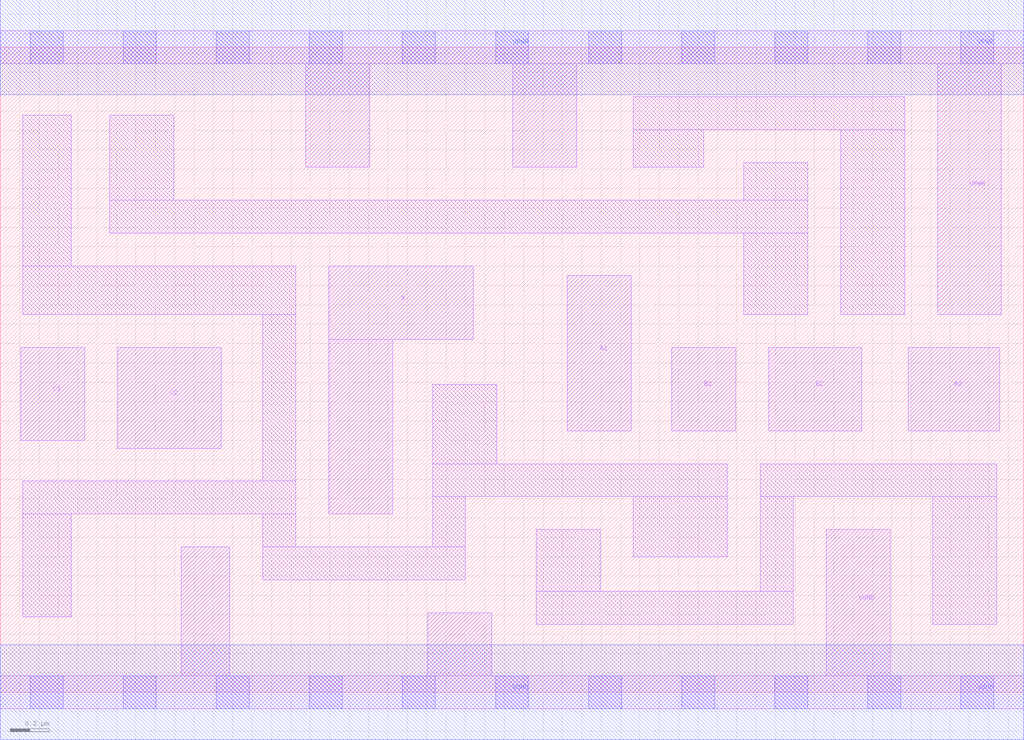
<source format=lef>
# Copyright 2020 The SkyWater PDK Authors
#
# Licensed under the Apache License, Version 2.0 (the "License");
# you may not use this file except in compliance with the License.
# You may obtain a copy of the License at
#
#     https://www.apache.org/licenses/LICENSE-2.0
#
# Unless required by applicable law or agreed to in writing, software
# distributed under the License is distributed on an "AS IS" BASIS,
# WITHOUT WARRANTIES OR CONDITIONS OF ANY KIND, either express or implied.
# See the License for the specific language governing permissions and
# limitations under the License.
#
# SPDX-License-Identifier: Apache-2.0

VERSION 5.7 ;
  NAMESCASESENSITIVE ON ;
  NOWIREEXTENSIONATPIN ON ;
  DIVIDERCHAR "/" ;
  BUSBITCHARS "[]" ;
UNITS
  DATABASE MICRONS 200 ;
END UNITS
MACRO sky130_fd_sc_ms__a222o_2
  CLASS CORE ;
  SOURCE USER ;
  FOREIGN sky130_fd_sc_ms__a222o_2 ;
  ORIGIN  0.000000  0.000000 ;
  SIZE  5.280000 BY  3.330000 ;
  SYMMETRY X Y ;
  SITE unit ;
  PIN A1
    ANTENNAGATEAREA  0.276000 ;
    DIRECTION INPUT ;
    USE SIGNAL ;
    PORT
      LAYER li1 ;
        RECT 2.925000 1.350000 3.255000 2.150000 ;
    END
  END A1
  PIN A2
    ANTENNAGATEAREA  0.276000 ;
    DIRECTION INPUT ;
    USE SIGNAL ;
    PORT
      LAYER li1 ;
        RECT 4.685000 1.350000 5.155000 1.780000 ;
    END
  END A2
  PIN B1
    ANTENNAGATEAREA  0.276000 ;
    DIRECTION INPUT ;
    USE SIGNAL ;
    PORT
      LAYER li1 ;
        RECT 3.465000 1.350000 3.795000 1.780000 ;
    END
  END B1
  PIN B2
    ANTENNAGATEAREA  0.276000 ;
    DIRECTION INPUT ;
    USE SIGNAL ;
    PORT
      LAYER li1 ;
        RECT 3.965000 1.350000 4.445000 1.780000 ;
    END
  END B2
  PIN C1
    ANTENNAGATEAREA  0.276000 ;
    DIRECTION INPUT ;
    USE SIGNAL ;
    PORT
      LAYER li1 ;
        RECT 0.105000 1.300000 0.435000 1.780000 ;
    END
  END C1
  PIN C2
    ANTENNAGATEAREA  0.276000 ;
    DIRECTION INPUT ;
    USE SIGNAL ;
    PORT
      LAYER li1 ;
        RECT 0.605000 1.260000 1.140000 1.780000 ;
    END
  END C2
  PIN X
    ANTENNADIFFAREA  0.509600 ;
    DIRECTION OUTPUT ;
    USE SIGNAL ;
    PORT
      LAYER li1 ;
        RECT 1.695000 0.920000 2.025000 1.820000 ;
        RECT 1.695000 1.820000 2.440000 2.200000 ;
    END
  END X
  PIN VGND
    DIRECTION INOUT ;
    USE GROUND ;
    PORT
      LAYER li1 ;
        RECT 0.000000 -0.085000 5.280000 0.085000 ;
        RECT 0.935000  0.085000 1.185000 0.750000 ;
        RECT 2.205000  0.085000 2.535000 0.410000 ;
        RECT 4.260000  0.085000 4.590000 0.840000 ;
      LAYER mcon ;
        RECT 0.155000 -0.085000 0.325000 0.085000 ;
        RECT 0.635000 -0.085000 0.805000 0.085000 ;
        RECT 1.115000 -0.085000 1.285000 0.085000 ;
        RECT 1.595000 -0.085000 1.765000 0.085000 ;
        RECT 2.075000 -0.085000 2.245000 0.085000 ;
        RECT 2.555000 -0.085000 2.725000 0.085000 ;
        RECT 3.035000 -0.085000 3.205000 0.085000 ;
        RECT 3.515000 -0.085000 3.685000 0.085000 ;
        RECT 3.995000 -0.085000 4.165000 0.085000 ;
        RECT 4.475000 -0.085000 4.645000 0.085000 ;
        RECT 4.955000 -0.085000 5.125000 0.085000 ;
      LAYER met1 ;
        RECT 0.000000 -0.245000 5.280000 0.245000 ;
    END
  END VGND
  PIN VPWR
    DIRECTION INOUT ;
    USE POWER ;
    PORT
      LAYER li1 ;
        RECT 0.000000 3.245000 5.280000 3.415000 ;
        RECT 1.575000 2.710000 1.905000 3.245000 ;
        RECT 2.645000 2.710000 2.975000 3.245000 ;
        RECT 4.835000 1.950000 5.165000 3.245000 ;
      LAYER mcon ;
        RECT 0.155000 3.245000 0.325000 3.415000 ;
        RECT 0.635000 3.245000 0.805000 3.415000 ;
        RECT 1.115000 3.245000 1.285000 3.415000 ;
        RECT 1.595000 3.245000 1.765000 3.415000 ;
        RECT 2.075000 3.245000 2.245000 3.415000 ;
        RECT 2.555000 3.245000 2.725000 3.415000 ;
        RECT 3.035000 3.245000 3.205000 3.415000 ;
        RECT 3.515000 3.245000 3.685000 3.415000 ;
        RECT 3.995000 3.245000 4.165000 3.415000 ;
        RECT 4.475000 3.245000 4.645000 3.415000 ;
        RECT 4.955000 3.245000 5.125000 3.415000 ;
      LAYER met1 ;
        RECT 0.000000 3.085000 5.280000 3.575000 ;
    END
  END VPWR
  OBS
    LAYER li1 ;
      RECT 0.115000 0.390000 0.365000 0.920000 ;
      RECT 0.115000 0.920000 1.525000 1.090000 ;
      RECT 0.115000 1.950000 1.525000 2.200000 ;
      RECT 0.115000 2.200000 0.365000 2.980000 ;
      RECT 0.565000 2.370000 4.165000 2.540000 ;
      RECT 0.565000 2.540000 0.895000 2.980000 ;
      RECT 1.355000 0.580000 2.400000 0.750000 ;
      RECT 1.355000 0.750000 1.525000 0.920000 ;
      RECT 1.355000 1.090000 1.525000 1.950000 ;
      RECT 2.230000 0.750000 2.400000 1.010000 ;
      RECT 2.230000 1.010000 3.750000 1.180000 ;
      RECT 2.230000 1.180000 2.560000 1.590000 ;
      RECT 2.765000 0.350000 4.090000 0.520000 ;
      RECT 2.765000 0.520000 3.095000 0.840000 ;
      RECT 3.265000 0.700000 3.750000 1.010000 ;
      RECT 3.265000 2.710000 3.630000 2.905000 ;
      RECT 3.265000 2.905000 4.665000 3.075000 ;
      RECT 3.835000 1.950000 4.165000 2.370000 ;
      RECT 3.835000 2.540000 4.165000 2.735000 ;
      RECT 3.920000 0.520000 4.090000 1.010000 ;
      RECT 3.920000 1.010000 5.140000 1.180000 ;
      RECT 4.335000 1.950000 4.665000 2.905000 ;
      RECT 4.810000 0.350000 5.140000 1.010000 ;
  END
END sky130_fd_sc_ms__a222o_2

</source>
